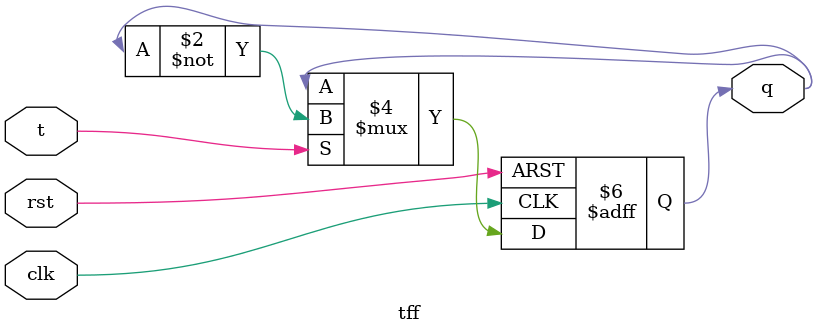
<source format=sv>
module tff(
	input        clk,
	input        rst,
	input        t,
	output logic q
);
	
always_ff @ (posedge clk, posedge rst) 
  if      (rst) q <= '0;
  else if (t)   q <= ~q;
  else          q <= q;
	
endmodule : tff

</source>
